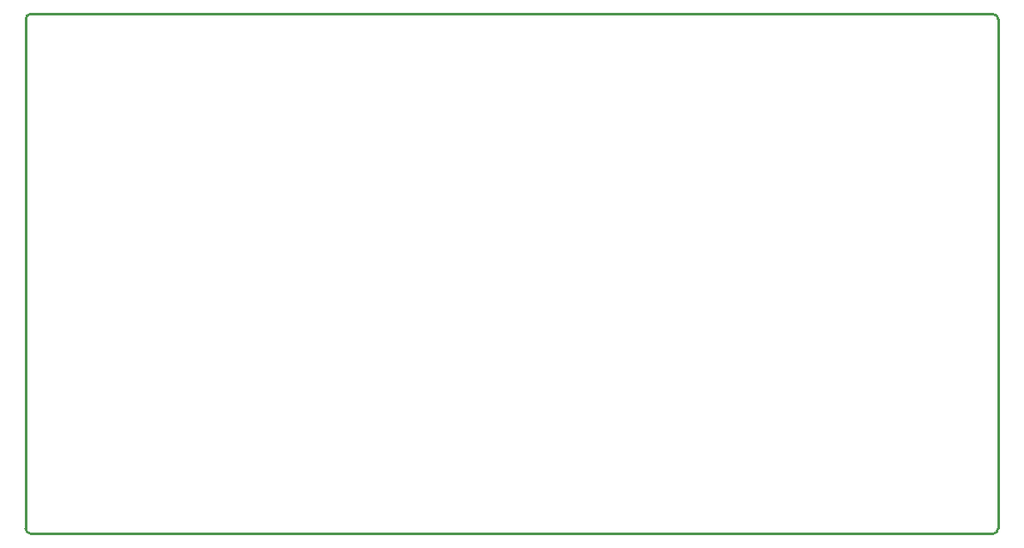
<source format=gko>
G04 Layer: BoardOutlineLayer*
G04 EasyEDA v6.5.34, 2023-08-17 23:02:58*
G04 5a32774511aa48568c4b3b3a5df32718,8ef1d5b344d144c2b0b16805c6f0e890,10*
G04 Gerber Generator version 0.2*
G04 Scale: 100 percent, Rotated: No, Reflected: No *
G04 Dimensions in millimeters *
G04 leading zeros omitted , absolute positions ,4 integer and 5 decimal *
%FSLAX45Y45*%
%MOMM*%

%ADD10C,0.2540*%
D10*
X49999Y5129999D02*
G01*
X9550001Y5129999D01*
X0Y49999D02*
G01*
X0Y5080000D01*
X9550001Y0D02*
G01*
X49999Y0D01*
X9600001Y5080000D02*
G01*
X9600001Y49999D01*
G75*
G01*
X9550001Y5130000D02*
G02*
X9600001Y5080000I0J-50000D01*
G75*
G01*
X9600001Y50000D02*
G02*
X9550001Y0I-50000J0D01*
G75*
G01*
X50000Y0D02*
G02*
X0Y50000I0J50000D01*
G75*
G01*
X0Y5080000D02*
G02*
X50000Y5130000I50000J0D01*

%LPD*%
M02*

</source>
